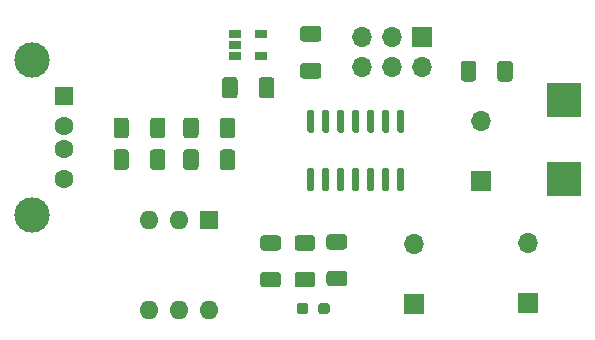
<source format=gbr>
G04 #@! TF.GenerationSoftware,KiCad,Pcbnew,5.1.9*
G04 #@! TF.CreationDate,2020-12-27T16:23:41+01:00*
G04 #@! TF.ProjectId,qc_attiny,71635f61-7474-4696-9e79-2e6b69636164,rev?*
G04 #@! TF.SameCoordinates,Original*
G04 #@! TF.FileFunction,Soldermask,Top*
G04 #@! TF.FilePolarity,Negative*
%FSLAX46Y46*%
G04 Gerber Fmt 4.6, Leading zero omitted, Abs format (unit mm)*
G04 Created by KiCad (PCBNEW 5.1.9) date 2020-12-27 16:23:41*
%MOMM*%
%LPD*%
G01*
G04 APERTURE LIST*
%ADD10R,3.000000X3.000000*%
%ADD11O,1.700000X1.700000*%
%ADD12R,1.700000X1.700000*%
%ADD13R,1.060000X0.650000*%
%ADD14O,1.600000X1.600000*%
%ADD15R,1.600000X1.600000*%
%ADD16C,1.600000*%
%ADD17R,1.500000X1.600000*%
%ADD18C,3.000000*%
G04 APERTURE END LIST*
G36*
G01*
X137840000Y-107100000D02*
X137540000Y-107100000D01*
G75*
G02*
X137390000Y-106950000I0J150000D01*
G01*
X137390000Y-105300000D01*
G75*
G02*
X137540000Y-105150000I150000J0D01*
G01*
X137840000Y-105150000D01*
G75*
G02*
X137990000Y-105300000I0J-150000D01*
G01*
X137990000Y-106950000D01*
G75*
G02*
X137840000Y-107100000I-150000J0D01*
G01*
G37*
G36*
G01*
X139110000Y-107100000D02*
X138810000Y-107100000D01*
G75*
G02*
X138660000Y-106950000I0J150000D01*
G01*
X138660000Y-105300000D01*
G75*
G02*
X138810000Y-105150000I150000J0D01*
G01*
X139110000Y-105150000D01*
G75*
G02*
X139260000Y-105300000I0J-150000D01*
G01*
X139260000Y-106950000D01*
G75*
G02*
X139110000Y-107100000I-150000J0D01*
G01*
G37*
G36*
G01*
X140380000Y-107100000D02*
X140080000Y-107100000D01*
G75*
G02*
X139930000Y-106950000I0J150000D01*
G01*
X139930000Y-105300000D01*
G75*
G02*
X140080000Y-105150000I150000J0D01*
G01*
X140380000Y-105150000D01*
G75*
G02*
X140530000Y-105300000I0J-150000D01*
G01*
X140530000Y-106950000D01*
G75*
G02*
X140380000Y-107100000I-150000J0D01*
G01*
G37*
G36*
G01*
X141650000Y-107100000D02*
X141350000Y-107100000D01*
G75*
G02*
X141200000Y-106950000I0J150000D01*
G01*
X141200000Y-105300000D01*
G75*
G02*
X141350000Y-105150000I150000J0D01*
G01*
X141650000Y-105150000D01*
G75*
G02*
X141800000Y-105300000I0J-150000D01*
G01*
X141800000Y-106950000D01*
G75*
G02*
X141650000Y-107100000I-150000J0D01*
G01*
G37*
G36*
G01*
X142920000Y-107100000D02*
X142620000Y-107100000D01*
G75*
G02*
X142470000Y-106950000I0J150000D01*
G01*
X142470000Y-105300000D01*
G75*
G02*
X142620000Y-105150000I150000J0D01*
G01*
X142920000Y-105150000D01*
G75*
G02*
X143070000Y-105300000I0J-150000D01*
G01*
X143070000Y-106950000D01*
G75*
G02*
X142920000Y-107100000I-150000J0D01*
G01*
G37*
G36*
G01*
X144190000Y-107100000D02*
X143890000Y-107100000D01*
G75*
G02*
X143740000Y-106950000I0J150000D01*
G01*
X143740000Y-105300000D01*
G75*
G02*
X143890000Y-105150000I150000J0D01*
G01*
X144190000Y-105150000D01*
G75*
G02*
X144340000Y-105300000I0J-150000D01*
G01*
X144340000Y-106950000D01*
G75*
G02*
X144190000Y-107100000I-150000J0D01*
G01*
G37*
G36*
G01*
X145460000Y-107100000D02*
X145160000Y-107100000D01*
G75*
G02*
X145010000Y-106950000I0J150000D01*
G01*
X145010000Y-105300000D01*
G75*
G02*
X145160000Y-105150000I150000J0D01*
G01*
X145460000Y-105150000D01*
G75*
G02*
X145610000Y-105300000I0J-150000D01*
G01*
X145610000Y-106950000D01*
G75*
G02*
X145460000Y-107100000I-150000J0D01*
G01*
G37*
G36*
G01*
X145460000Y-112050000D02*
X145160000Y-112050000D01*
G75*
G02*
X145010000Y-111900000I0J150000D01*
G01*
X145010000Y-110250000D01*
G75*
G02*
X145160000Y-110100000I150000J0D01*
G01*
X145460000Y-110100000D01*
G75*
G02*
X145610000Y-110250000I0J-150000D01*
G01*
X145610000Y-111900000D01*
G75*
G02*
X145460000Y-112050000I-150000J0D01*
G01*
G37*
G36*
G01*
X144190000Y-112050000D02*
X143890000Y-112050000D01*
G75*
G02*
X143740000Y-111900000I0J150000D01*
G01*
X143740000Y-110250000D01*
G75*
G02*
X143890000Y-110100000I150000J0D01*
G01*
X144190000Y-110100000D01*
G75*
G02*
X144340000Y-110250000I0J-150000D01*
G01*
X144340000Y-111900000D01*
G75*
G02*
X144190000Y-112050000I-150000J0D01*
G01*
G37*
G36*
G01*
X142920000Y-112050000D02*
X142620000Y-112050000D01*
G75*
G02*
X142470000Y-111900000I0J150000D01*
G01*
X142470000Y-110250000D01*
G75*
G02*
X142620000Y-110100000I150000J0D01*
G01*
X142920000Y-110100000D01*
G75*
G02*
X143070000Y-110250000I0J-150000D01*
G01*
X143070000Y-111900000D01*
G75*
G02*
X142920000Y-112050000I-150000J0D01*
G01*
G37*
G36*
G01*
X141650000Y-112050000D02*
X141350000Y-112050000D01*
G75*
G02*
X141200000Y-111900000I0J150000D01*
G01*
X141200000Y-110250000D01*
G75*
G02*
X141350000Y-110100000I150000J0D01*
G01*
X141650000Y-110100000D01*
G75*
G02*
X141800000Y-110250000I0J-150000D01*
G01*
X141800000Y-111900000D01*
G75*
G02*
X141650000Y-112050000I-150000J0D01*
G01*
G37*
G36*
G01*
X140380000Y-112050000D02*
X140080000Y-112050000D01*
G75*
G02*
X139930000Y-111900000I0J150000D01*
G01*
X139930000Y-110250000D01*
G75*
G02*
X140080000Y-110100000I150000J0D01*
G01*
X140380000Y-110100000D01*
G75*
G02*
X140530000Y-110250000I0J-150000D01*
G01*
X140530000Y-111900000D01*
G75*
G02*
X140380000Y-112050000I-150000J0D01*
G01*
G37*
G36*
G01*
X139110000Y-112050000D02*
X138810000Y-112050000D01*
G75*
G02*
X138660000Y-111900000I0J150000D01*
G01*
X138660000Y-110250000D01*
G75*
G02*
X138810000Y-110100000I150000J0D01*
G01*
X139110000Y-110100000D01*
G75*
G02*
X139260000Y-110250000I0J-150000D01*
G01*
X139260000Y-111900000D01*
G75*
G02*
X139110000Y-112050000I-150000J0D01*
G01*
G37*
G36*
G01*
X137840000Y-112050000D02*
X137540000Y-112050000D01*
G75*
G02*
X137390000Y-111900000I0J150000D01*
G01*
X137390000Y-110250000D01*
G75*
G02*
X137540000Y-110100000I150000J0D01*
G01*
X137840000Y-110100000D01*
G75*
G02*
X137990000Y-110250000I0J-150000D01*
G01*
X137990000Y-111900000D01*
G75*
G02*
X137840000Y-112050000I-150000J0D01*
G01*
G37*
D10*
X159100000Y-111000000D03*
X159100000Y-104300000D03*
G36*
G01*
X136575000Y-118900000D02*
X137825000Y-118900000D01*
G75*
G02*
X138075000Y-119150000I0J-250000D01*
G01*
X138075000Y-119950000D01*
G75*
G02*
X137825000Y-120200000I-250000J0D01*
G01*
X136575000Y-120200000D01*
G75*
G02*
X136325000Y-119950000I0J250000D01*
G01*
X136325000Y-119150000D01*
G75*
G02*
X136575000Y-118900000I250000J0D01*
G01*
G37*
G36*
G01*
X136575000Y-115800000D02*
X137825000Y-115800000D01*
G75*
G02*
X138075000Y-116050000I0J-250000D01*
G01*
X138075000Y-116850000D01*
G75*
G02*
X137825000Y-117100000I-250000J0D01*
G01*
X136575000Y-117100000D01*
G75*
G02*
X136325000Y-116850000I0J250000D01*
G01*
X136325000Y-116050000D01*
G75*
G02*
X136575000Y-115800000I250000J0D01*
G01*
G37*
G36*
G01*
X138325000Y-122237500D02*
X138325000Y-121762500D01*
G75*
G02*
X138562500Y-121525000I237500J0D01*
G01*
X139062500Y-121525000D01*
G75*
G02*
X139300000Y-121762500I0J-237500D01*
G01*
X139300000Y-122237500D01*
G75*
G02*
X139062500Y-122475000I-237500J0D01*
G01*
X138562500Y-122475000D01*
G75*
G02*
X138325000Y-122237500I0J237500D01*
G01*
G37*
G36*
G01*
X136500000Y-122237500D02*
X136500000Y-121762500D01*
G75*
G02*
X136737500Y-121525000I237500J0D01*
G01*
X137237500Y-121525000D01*
G75*
G02*
X137475000Y-121762500I0J-237500D01*
G01*
X137475000Y-122237500D01*
G75*
G02*
X137237500Y-122475000I-237500J0D01*
G01*
X136737500Y-122475000D01*
G75*
G02*
X136500000Y-122237500I0J237500D01*
G01*
G37*
D11*
X142020000Y-101540000D03*
X142020000Y-99000000D03*
X144560000Y-101540000D03*
X144560000Y-99000000D03*
X147100000Y-101540000D03*
D12*
X147100000Y-99000000D03*
X146400000Y-121600000D03*
D11*
X146400000Y-116520000D03*
D12*
X156100000Y-121500000D03*
D11*
X156100000Y-116420000D03*
D12*
X152100000Y-111200000D03*
D11*
X152100000Y-106120000D03*
D13*
X133500000Y-98750000D03*
X133500000Y-100650000D03*
X131300000Y-100650000D03*
X131300000Y-99700000D03*
X131300000Y-98750000D03*
D14*
X129100000Y-122120000D03*
X124020000Y-114500000D03*
X126560000Y-122120000D03*
X126560000Y-114500000D03*
X124020000Y-122120000D03*
D15*
X129100000Y-114500000D03*
G36*
G01*
X139275000Y-118800000D02*
X140525000Y-118800000D01*
G75*
G02*
X140775000Y-119050000I0J-250000D01*
G01*
X140775000Y-119850000D01*
G75*
G02*
X140525000Y-120100000I-250000J0D01*
G01*
X139275000Y-120100000D01*
G75*
G02*
X139025000Y-119850000I0J250000D01*
G01*
X139025000Y-119050000D01*
G75*
G02*
X139275000Y-118800000I250000J0D01*
G01*
G37*
G36*
G01*
X139275000Y-115700000D02*
X140525000Y-115700000D01*
G75*
G02*
X140775000Y-115950000I0J-250000D01*
G01*
X140775000Y-116750000D01*
G75*
G02*
X140525000Y-117000000I-250000J0D01*
G01*
X139275000Y-117000000D01*
G75*
G02*
X139025000Y-116750000I0J250000D01*
G01*
X139025000Y-115950000D01*
G75*
G02*
X139275000Y-115700000I250000J0D01*
G01*
G37*
G36*
G01*
X153500000Y-102525000D02*
X153500000Y-101275000D01*
G75*
G02*
X153750000Y-101025000I250000J0D01*
G01*
X154550000Y-101025000D01*
G75*
G02*
X154800000Y-101275000I0J-250000D01*
G01*
X154800000Y-102525000D01*
G75*
G02*
X154550000Y-102775000I-250000J0D01*
G01*
X153750000Y-102775000D01*
G75*
G02*
X153500000Y-102525000I0J250000D01*
G01*
G37*
G36*
G01*
X150400000Y-102525000D02*
X150400000Y-101275000D01*
G75*
G02*
X150650000Y-101025000I250000J0D01*
G01*
X151450000Y-101025000D01*
G75*
G02*
X151700000Y-101275000I0J-250000D01*
G01*
X151700000Y-102525000D01*
G75*
G02*
X151450000Y-102775000I-250000J0D01*
G01*
X150650000Y-102775000D01*
G75*
G02*
X150400000Y-102525000I0J250000D01*
G01*
G37*
G36*
G01*
X134925000Y-117100000D02*
X133675000Y-117100000D01*
G75*
G02*
X133425000Y-116850000I0J250000D01*
G01*
X133425000Y-116050000D01*
G75*
G02*
X133675000Y-115800000I250000J0D01*
G01*
X134925000Y-115800000D01*
G75*
G02*
X135175000Y-116050000I0J-250000D01*
G01*
X135175000Y-116850000D01*
G75*
G02*
X134925000Y-117100000I-250000J0D01*
G01*
G37*
G36*
G01*
X134925000Y-120200000D02*
X133675000Y-120200000D01*
G75*
G02*
X133425000Y-119950000I0J250000D01*
G01*
X133425000Y-119150000D01*
G75*
G02*
X133675000Y-118900000I250000J0D01*
G01*
X134925000Y-118900000D01*
G75*
G02*
X135175000Y-119150000I0J-250000D01*
G01*
X135175000Y-119950000D01*
G75*
G02*
X134925000Y-120200000I-250000J0D01*
G01*
G37*
G36*
G01*
X128200000Y-108775000D02*
X128200000Y-110025000D01*
G75*
G02*
X127950000Y-110275000I-250000J0D01*
G01*
X127150000Y-110275000D01*
G75*
G02*
X126900000Y-110025000I0J250000D01*
G01*
X126900000Y-108775000D01*
G75*
G02*
X127150000Y-108525000I250000J0D01*
G01*
X127950000Y-108525000D01*
G75*
G02*
X128200000Y-108775000I0J-250000D01*
G01*
G37*
G36*
G01*
X131300000Y-108775000D02*
X131300000Y-110025000D01*
G75*
G02*
X131050000Y-110275000I-250000J0D01*
G01*
X130250000Y-110275000D01*
G75*
G02*
X130000000Y-110025000I0J250000D01*
G01*
X130000000Y-108775000D01*
G75*
G02*
X130250000Y-108525000I250000J0D01*
G01*
X131050000Y-108525000D01*
G75*
G02*
X131300000Y-108775000I0J-250000D01*
G01*
G37*
G36*
G01*
X124100000Y-110025000D02*
X124100000Y-108775000D01*
G75*
G02*
X124350000Y-108525000I250000J0D01*
G01*
X125150000Y-108525000D01*
G75*
G02*
X125400000Y-108775000I0J-250000D01*
G01*
X125400000Y-110025000D01*
G75*
G02*
X125150000Y-110275000I-250000J0D01*
G01*
X124350000Y-110275000D01*
G75*
G02*
X124100000Y-110025000I0J250000D01*
G01*
G37*
G36*
G01*
X121000000Y-110025000D02*
X121000000Y-108775000D01*
G75*
G02*
X121250000Y-108525000I250000J0D01*
G01*
X122050000Y-108525000D01*
G75*
G02*
X122300000Y-108775000I0J-250000D01*
G01*
X122300000Y-110025000D01*
G75*
G02*
X122050000Y-110275000I-250000J0D01*
G01*
X121250000Y-110275000D01*
G75*
G02*
X121000000Y-110025000I0J250000D01*
G01*
G37*
G36*
G01*
X128200000Y-106075000D02*
X128200000Y-107325000D01*
G75*
G02*
X127950000Y-107575000I-250000J0D01*
G01*
X127150000Y-107575000D01*
G75*
G02*
X126900000Y-107325000I0J250000D01*
G01*
X126900000Y-106075000D01*
G75*
G02*
X127150000Y-105825000I250000J0D01*
G01*
X127950000Y-105825000D01*
G75*
G02*
X128200000Y-106075000I0J-250000D01*
G01*
G37*
G36*
G01*
X131300000Y-106075000D02*
X131300000Y-107325000D01*
G75*
G02*
X131050000Y-107575000I-250000J0D01*
G01*
X130250000Y-107575000D01*
G75*
G02*
X130000000Y-107325000I0J250000D01*
G01*
X130000000Y-106075000D01*
G75*
G02*
X130250000Y-105825000I250000J0D01*
G01*
X131050000Y-105825000D01*
G75*
G02*
X131300000Y-106075000I0J-250000D01*
G01*
G37*
G36*
G01*
X124100000Y-107325000D02*
X124100000Y-106075000D01*
G75*
G02*
X124350000Y-105825000I250000J0D01*
G01*
X125150000Y-105825000D01*
G75*
G02*
X125400000Y-106075000I0J-250000D01*
G01*
X125400000Y-107325000D01*
G75*
G02*
X125150000Y-107575000I-250000J0D01*
G01*
X124350000Y-107575000D01*
G75*
G02*
X124100000Y-107325000I0J250000D01*
G01*
G37*
G36*
G01*
X121000000Y-107325000D02*
X121000000Y-106075000D01*
G75*
G02*
X121250000Y-105825000I250000J0D01*
G01*
X122050000Y-105825000D01*
G75*
G02*
X122300000Y-106075000I0J-250000D01*
G01*
X122300000Y-107325000D01*
G75*
G02*
X122050000Y-107575000I-250000J0D01*
G01*
X121250000Y-107575000D01*
G75*
G02*
X121000000Y-107325000I0J250000D01*
G01*
G37*
D16*
X116800000Y-111000000D03*
X116800000Y-108500000D03*
X116800000Y-106500000D03*
D17*
X116800000Y-104000000D03*
D18*
X114090000Y-114070000D03*
X114090000Y-100930000D03*
G36*
G01*
X133300000Y-103950001D02*
X133300000Y-102649999D01*
G75*
G02*
X133549999Y-102400000I249999J0D01*
G01*
X134375001Y-102400000D01*
G75*
G02*
X134625000Y-102649999I0J-249999D01*
G01*
X134625000Y-103950001D01*
G75*
G02*
X134375001Y-104200000I-249999J0D01*
G01*
X133549999Y-104200000D01*
G75*
G02*
X133300000Y-103950001I0J249999D01*
G01*
G37*
G36*
G01*
X130175000Y-103950001D02*
X130175000Y-102649999D01*
G75*
G02*
X130424999Y-102400000I249999J0D01*
G01*
X131250001Y-102400000D01*
G75*
G02*
X131500000Y-102649999I0J-249999D01*
G01*
X131500000Y-103950001D01*
G75*
G02*
X131250001Y-104200000I-249999J0D01*
G01*
X130424999Y-104200000D01*
G75*
G02*
X130175000Y-103950001I0J249999D01*
G01*
G37*
G36*
G01*
X138350001Y-99400000D02*
X137049999Y-99400000D01*
G75*
G02*
X136800000Y-99150001I0J249999D01*
G01*
X136800000Y-98324999D01*
G75*
G02*
X137049999Y-98075000I249999J0D01*
G01*
X138350001Y-98075000D01*
G75*
G02*
X138600000Y-98324999I0J-249999D01*
G01*
X138600000Y-99150001D01*
G75*
G02*
X138350001Y-99400000I-249999J0D01*
G01*
G37*
G36*
G01*
X138350001Y-102525000D02*
X137049999Y-102525000D01*
G75*
G02*
X136800000Y-102275001I0J249999D01*
G01*
X136800000Y-101449999D01*
G75*
G02*
X137049999Y-101200000I249999J0D01*
G01*
X138350001Y-101200000D01*
G75*
G02*
X138600000Y-101449999I0J-249999D01*
G01*
X138600000Y-102275001D01*
G75*
G02*
X138350001Y-102525000I-249999J0D01*
G01*
G37*
M02*

</source>
